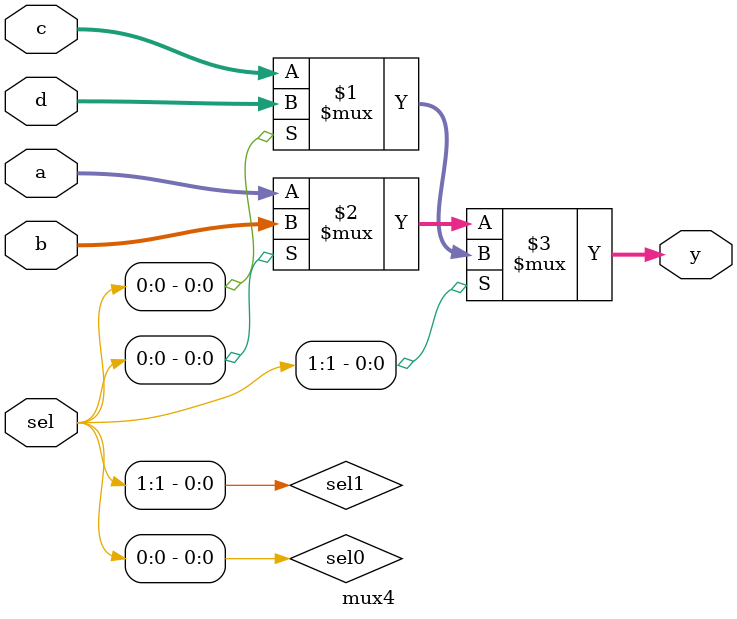
<source format=sv>
module mux4(a, b, c, d, sel, y);
input logic [31:0] a, b, c, d;
input [1:0] sel;
output logic [31:0] y;

logic sel0, sel1;

assign sel0 = sel[0];
assign sel1 = sel[1];

assign y = sel1 ? (sel0 ? d : c) : (sel0 ? b : a);

endmodule
</source>
